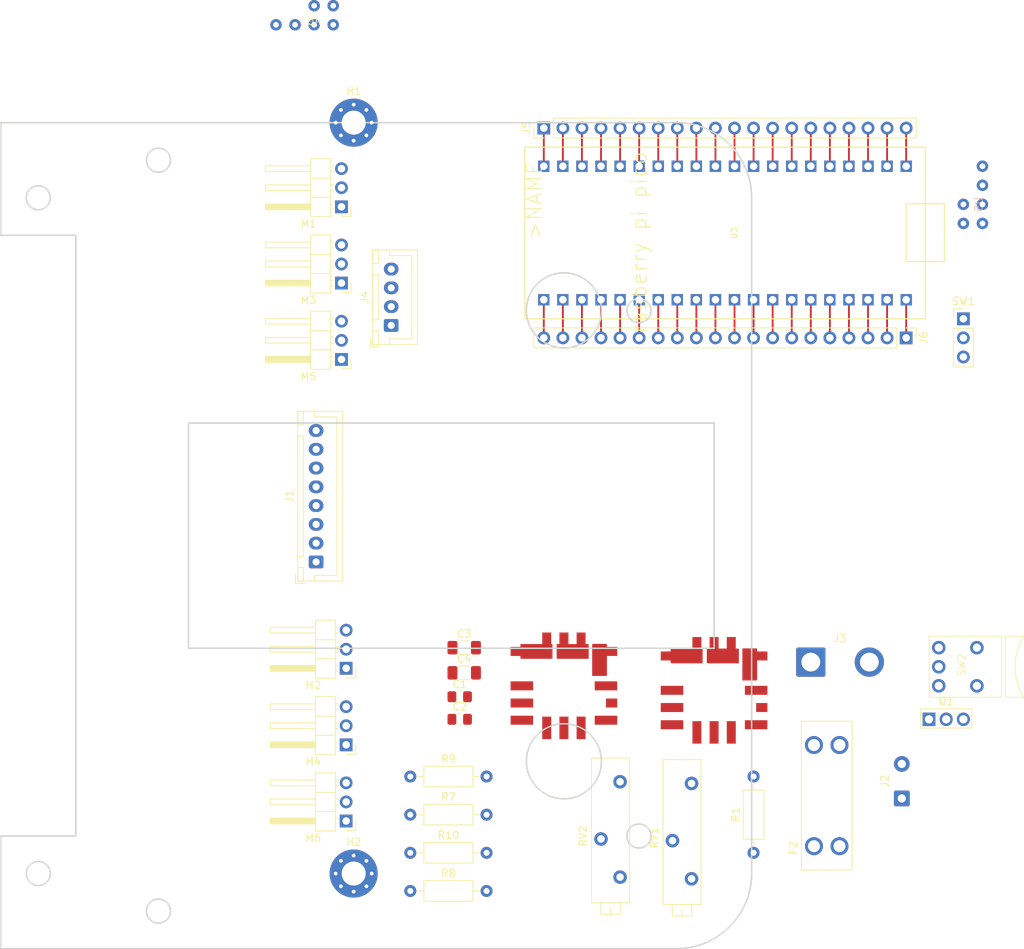
<source format=kicad_pcb>
(kicad_pcb (version 20221018) (generator pcbnew)
  (layers (0 "F.Cu" signal) (31 "B.Cu" signal) (34 "B.Paste" user) (35 "F.Paste" user) (36 "B.SilkS" user "B.Silkscreen") (37 "F.SilkS" user "F.Silkscreen") (38 "B.Mask" user) (39 "F.Mask" user) (44 "Edge.Cuts" user))
  (net 0 "")
  (net 1 "VDD")
  (net 2 "GND")
  (net 3 "+3V3")
  (net 4 "+5V")
  (net 5 "Net-(Q1-S)")
  (net 6 "Net-(J3-Pin_1)")
  (net 7 "LoPSwitch")
  (net 8 "OpenMV->MAIN")
  (net 9 "MAIN->OpenMV")
  (net 10 "PWR->MAIN")
  (net 11 "MAIN->PWR")
  (net 12 "Net-(J5-Pin_1)")
  (net 13 "Net-(J5-Pin_2)")
  (net 14 "XSHUT2")
  (net 15 "XSHUT1")
  (net 16 "ServoArmRight")
  (net 17 "ServoArmLeft")
  (net 18 "ServoBasketRight")
  (net 19 "ServoBasketLeft")
  (net 20 "ServoHandLeft")
  (net 21 "ServoHandRight")
  (net 22 "SCL")
  (net 23 "SDA")
  (net 24 "Net-(J6-Pin_1)")
  (net 25 "Net-(J6-Pin_4)")
  (net 26 "Net-(J6-Pin_5)")
  (net 27 "Net-(J6-Pin_6)")
  (net 28 "Net-(J6-Pin_7)")
  (net 29 "Net-(J6-Pin_9)")
  (net 30 "Net-(J6-Pin_10)")
  (net 31 "Net-(J6-Pin_11)")
  (net 32 "Net-(J6-Pin_12)")
  (net 33 "Net-(J6-Pin_14)")
  (net 34 "Net-(J6-Pin_15)")
  (net 35 "Net-(J6-Pin_16)")
  (net 36 "Net-(J6-Pin_17)")
  (net 37 "Net-(J6-Pin_19)")
  (net 38 "Net-(J6-Pin_20)")
  (net 39 "Net-(Q1-G)")
  (net 40 "Net-(U2-Trim)")
  (net 41 "Net-(U1-Trim)")
  (net 54 "Net-(J5-Pin_4)")
  (net 55 "Net-(J5-Pin_5)")
  (footprint "Connector_PinHeader_2.54mm:PinHeader_1x03_P2.54mm_Horizontal" (layer "F.Cu") (at 120.375 56.205 180)
    (fp_text reference "M1" (at 4.385 -2.27) (layer "F.SilkS"))
    (fp_text value "ServoBasketLeft")
    (pad "1" thru_hole rect (at 0 0 180) (size 1.7 1.7) (drill 1) (layers "*.Cu" "*.Mask") (net 19 "ServoBasketLeft"))
    (pad "2" thru_hole oval (at 0 2.54 180) (size 1.7 1.7) (drill 1) (layers "*.Cu" "*.Mask") (net 4 "+5V"))
    (pad "3" thru_hole oval (at 0 5.08 180) (size 1.7 1.7) (drill 1) (layers "*.Cu" "*.Mask") (net 2 "GND"))
  )
  (footprint "Capacitor_SMD:C_1206_3216Metric_Pad1.33x1.80mm_HandSolder" (layer "F.Cu") (at 136.7225 118.27)
    (fp_text reference "C4" (at 0 -1.85) (layer "F.SilkS"))
    (fp_text value "10uF")
    (pad "1" smd roundrect (at -1.5625 0) (size 1.325 1.8) (layers "F.Cu" "F.Paste" "F.Mask") (roundrect_rratio 0.188679) (net 4 "+5V"))
    (pad "2" smd roundrect (at 1.5625 0) (size 1.325 1.8) (layers "F.Cu" "F.Paste" "F.Mask") (roundrect_rratio 0.188679) (net 2 "GND"))
  )
  (footprint "MountingHole:MountingHole_3.2mm_M3_Pad_Via" (layer "F.Cu") (at 122 45)
    (fp_text reference "H1" (at 0 -4.2) (layer "F.SilkS"))
    (fp_text value "ToMainVDD")
    (pad "1" thru_hole circle (at -2.4 0) (size 0.8 0.8) (drill 0.5) (layers "*.Cu" "*.Mask") (net 1 "VDD"))
    (pad "1" thru_hole circle (at -1.697056 -1.697056) (size 0.8 0.8) (drill 0.5) (layers "*.Cu" "*.Mask") (net 1 "VDD"))
    (pad "1" thru_hole circle (at -1.697056 1.697056) (size 0.8 0.8) (drill 0.5) (layers "*.Cu" "*.Mask") (net 1 "VDD"))
    (pad "1" thru_hole circle (at 0 -2.4) (size 0.8 0.8) (drill 0.5) (layers "*.Cu" "*.Mask") (net 1 "VDD"))
    (pad "1" thru_hole circle (at 0 0) (size 6.4 6.4) (drill 3.2) (layers "*.Cu" "*.Mask") (net 1 "VDD"))
    (pad "1" thru_hole circle (at 0 2.4) (size 0.8 0.8) (drill 0.5) (layers "*.Cu" "*.Mask") (net 1 "VDD"))
    (pad "1" thru_hole circle (at 1.697056 -1.697056) (size 0.8 0.8) (drill 0.5) (layers "*.Cu" "*.Mask") (net 1 "VDD"))
    (pad "1" thru_hole circle (at 1.697056 1.697056) (size 0.8 0.8) (drill 0.5) (layers "*.Cu" "*.Mask") (net 1 "VDD"))
    (pad "1" thru_hole circle (at 2.4 0) (size 0.8 0.8) (drill 0.5) (layers "*.Cu" "*.Mask") (net 1 "VDD"))
  )
  (footprint "Akiduki:AkizukiSmallRockerSwitchHorizontal" (layer "F.Cu") (at 199.92 117.46 90)
    (fp_text reference "SW2" (at 0.254 3.048 90 unlocked) (layer "F.SilkS") (effects (font (thickness 0.1))))
    (fp_text value "SW_SPST")
    (pad "" thru_hole circle (at -2.54 5.08 90) (size 1.8 1.8) (drill 1.09) (layers "*.Cu" "*.Mask"))
    (pad "" thru_hole circle (at 2.54 5.08 90) (size 1.8 1.8) (drill 1.09) (layers "*.Cu" "*.Mask"))
    (pad "1" thru_hole circle (at 2.54 0 90) (size 1.8 1.8) (drill 1.09) (layers "*.Cu" "*.Mask") (net 2 "GND"))
    (pad "2" thru_hole circle (at 0 0 90) (size 1.8 1.8) (drill 1.09) (layers "*.Cu" "*.Mask") (net 39 "Net-(Q1-G)"))
    (pad "3" thru_hole circle (at -2.54 0 90) (size 1.8 1.8) (drill 1.09) (layers "*.Cu" "*.Mask"))
  )
  (footprint "Resistor_THT:R_Axial_DIN0207_L6.3mm_D2.5mm_P10.16mm_Horizontal" (layer "F.Cu") (at 129.54 147.32)
    (fp_text reference "R8" (at 5.08 -2.37) (layer "F.SilkS"))
    (fp_text value "1.2k")
    (pad "1" thru_hole circle (at 0 0) (size 1.6 1.6) (drill 0.8) (layers "*.Cu" "*.Mask") (net 4 "+5V"))
    (pad "2" thru_hole oval (at 10.16 0) (size 1.6 1.6) (drill 0.8) (layers "*.Cu" "*.Mask") (net 2 "GND"))
  )
  (footprint "Akiduki:OKL-T6-W12N-C-SMD" (layer "F.Cu") (at 170 120.6)
    (fp_text reference "U2" hide)
    (fp_text value "~" hide)
    (fp_rect (start -5.6926 -5.465) (end -1.6226 -3.695) (stroke (width 0.2)) (fill solid) (layer "F.Cu"))
    (fp_rect (start -0.8666 -5.465) (end 3.2034 -3.695) (stroke (width 0.2)) (fill solid) (layer "F.Cu"))
    (fp_rect (start 3.8608 -1.4194) (end 5.6308 -5.4894) (stroke (width 0.2)) (fill solid) (layer "F.Cu"))
    (pad "1" smd rect (at -5.6 0) (size 3 1.2) (layers "F.Cu" "F.Paste" "F.Mask") (net 2 "GND"))
    (pad "2" smd rect (at -5.6 -4.58) (size 3 1.2) (layers "F.Cu" "F.Paste" "F.Mask") (net 1 "VDD"))
    (pad "2" smd rect (at -2.29 -5.6) (size 1.2 3) (layers "F.Cu" "F.Paste" "F.Mask") (net 1 "VDD"))
    (pad "3" smd rect (at 0 -5.6) (size 1.2 3) (layers "F.Cu" "F.Paste" "F.Mask") (net 2 "GND"))
    (pad "3" smd rect (at 2.29 -5.6) (size 1.2 3) (layers "F.Cu" "F.Paste" "F.Mask") (net 2 "GND"))
    (pad "4" smd rect (at 5.6 -4.58) (size 3 1.2) (layers "F.Cu" "F.Paste" "F.Mask") (net 4 "+5V"))
    (pad "5" smd rect (at 5.6 0) (size 3 1.2) (layers "F.Cu" "F.Paste" "F.Mask") (net 4 "+5V"))
    (pad "6" smd rect (at 5.6 4.58) (size 3 1.2) (layers "F.Cu" "F.Paste" "F.Mask") (net 40 "Net-(U2-Trim)"))
    (pad "7" smd rect (at 0 5.6) (size 1.2 3) (layers "F.Cu" "F.Paste" "F.Mask") (net 2 "GND"))
    (pad "8" smd rect (at -2.29 5.6) (size 1.2 3) (layers "F.Cu" "F.Paste" "F.Mask"))
    (pad "9" smd rect (at -5.6 4.58) (size 3 1.2) (layers "F.Cu" "F.Paste" "F.Mask"))
    (pad "10" smd rect (at -5.6 2.29) (size 3 1.2) (layers "F.Cu" "F.Paste" "F.Mask"))
    (pad "11" smd rect (at 6.35 2.29) (size 1.5 1.2) (layers "F.Cu" "F.Paste" "F.Mask"))
    (pad "12" smd rect (at 2.29 5.6) (size 1.2 3) (layers "F.Cu" "F.Paste" "F.Mask"))
  )
  (footprint "Capacitor_SMD:C_0805_2012Metric_Pad1.18x1.45mm_HandSolder" (layer "F.Cu") (at 136.1225 124.46)
    (fp_text reference "C2" (at 0 -1.68) (layer "F.SilkS"))
    (fp_text value "22uF")
    (pad "1" smd roundrect (at -1.0375 0) (size 1.175 1.45) (layers "F.Cu" "F.Paste" "F.Mask") (roundrect_rratio 0.212766) (net 1 "VDD"))
    (pad "2" smd roundrect (at 1.0375 0) (size 1.175 1.45) (layers "F.Cu" "F.Paste" "F.Mask") (roundrect_rratio 0.212766) (net 2 "GND"))
  )
  (footprint "Package_TO_SOT_THT:TO-251-3_Vertical" (layer "F.Cu") (at 198.62 124.46)
    (fp_text reference "Q1" (at 2.29 -2.39) (layer "F.SilkS"))
    (fp_text value "Q_PMOS_GDS")
    (pad "1" thru_hole rect (at 0 0) (size 1.7175 1.8) (drill 1.1) (layers "*.Cu" "*.Mask") (net 39 "Net-(Q1-G)"))
    (pad "2" thru_hole oval (at 2.29 0) (size 1.7175 1.8) (drill 1.1) (layers "*.Cu" "*.Mask") (net 1 "VDD"))
    (pad "3" thru_hole oval (at 4.58 0) (size 1.7175 1.8) (drill 1.1) (layers "*.Cu" "*.Mask") (net 5 "Net-(Q1-S)"))
  )
  (footprint "Potentiometer_THT:Potentiometer_Bourns_3006P_Horizontal" (layer "F.Cu") (at 167 133 90)
    (fp_text reference "RV1" (at -7.235 -4.935 90) (layer "F.SilkS"))
    (fp_text value "R_Trim_5V")
    (pad "1" thru_hole circle (at 0 0 90) (size 1.8 1.8) (drill 1) (layers "*.Cu" "*.Mask") (net 40 "Net-(U2-Trim)"))
    (pad "2" thru_hole circle (at -7.62 -2.54 90) (size 1.8 1.8) (drill 1) (layers "*.Cu" "*.Mask") (net 2 "GND"))
    (pad "3" thru_hole circle (at -12.7 0 90) (size 1.8 1.8) (drill 1) (layers "*.Cu" "*.Mask") (net 2 "GND"))
  )
  (footprint "Potentiometer_THT:Potentiometer_Bourns_3006P_Horizontal" (layer "F.Cu") (at 157.48 132.775 90)
    (fp_text reference "RV2" (at -7.235 -4.935 90) (layer "F.SilkS"))
    (fp_text value "R_Trim_3V3")
    (pad "1" thru_hole circle (at 0 0 90) (size 1.8 1.8) (drill 1) (layers "*.Cu" "*.Mask") (net 41 "Net-(U1-Trim)"))
    (pad "2" thru_hole circle (at -7.62 -2.54 90) (size 1.8 1.8) (drill 1) (layers "*.Cu" "*.Mask") (net 2 "GND"))
    (pad "3" thru_hole circle (at -12.7 0 90) (size 1.8 1.8) (drill 1) (layers "*.Cu" "*.Mask") (net 2 "GND"))
  )
  (footprint "Connector_PinHeader_2.54mm:PinHeader_1x03_P2.54mm_Vertical" (layer "F.Cu") (at 203.2 71.12)
    (fp_text reference "SW1" (at 0 -2.33) (layer "F.SilkS"))
    (fp_text value "SW_SPDT")
    (pad "1" thru_hole rect (at 0 0) (size 1.7 1.7) (drill 1) (layers "*.Cu" "*.Mask") (net 3 "+3V3"))
    (pad "2" thru_hole oval (at 0 2.54) (size 1.7 1.7) (drill 1) (layers "*.Cu" "*.Mask") (net 7 "LoPSwitch"))
    (pad "3" thru_hole oval (at 0 5.08) (size 1.7 1.7) (drill 1) (layers "*.Cu" "*.Mask") (net 2 "GND"))
  )
  (footprint "Connector_PinHeader_2.54mm:PinHeader_1x03_P2.54mm_Horizontal" (layer "F.Cu") (at 120.375 76.525 180)
    (fp_text reference "M5" (at 4.385 -2.27) (layer "F.SilkS"))
    (fp_text value "ServoHandLeft")
    (pad "1" thru_hole rect (at 0 0 180) (size 1.7 1.7) (drill 1) (layers "*.Cu" "*.Mask") (net 20 "ServoHandLeft"))
    (pad "2" thru_hole oval (at 0 2.54 180) (size 1.7 1.7) (drill 1) (layers "*.Cu" "*.Mask") (net 4 "+5V"))
    (pad "3" thru_hole oval (at 0 5.08 180) (size 1.7 1.7) (drill 1) (layers "*.Cu" "*.Mask") (net 2 "GND"))
  )
  (footprint "Resistor_THT:R_Axial_DIN0207_L6.3mm_D2.5mm_P10.16mm_Horizontal" (layer "F.Cu") (at 175.26 142.24 90)
    (fp_text reference "R1" (at 5.08 -2.37 90) (layer "F.SilkS"))
    (fp_text value "10k")
    (pad "1" thru_hole circle (at 0 0 90) (size 1.6 1.6) (drill 0.8) (layers "*.Cu" "*.Mask") (net 5 "Net-(Q1-S)"))
    (pad "2" thru_hole oval (at 10.16 0 90) (size 1.6 1.6) (drill 0.8) (layers "*.Cu" "*.Mask") (net 39 "Net-(Q1-G)"))
  )
  (footprint "Connector_Wire:SolderWire-2sqmm_1x02_P7.8mm_D2mm_OD3.9mm" (layer "F.Cu") (at 182.88 116.84)
    (fp_text reference "J3" (at 3.9 -3.15) (layer "F.SilkS"))
    (fp_text value "Battery")
    (pad "1" thru_hole roundrect (at 0 0) (size 3.9 3.9) (drill 2.5) (layers "*.Cu" "*.Mask") (roundrect_rratio 0.064103) (net 6 "Net-(J3-Pin_1)"))
    (pad "2" thru_hole circle (at 7.8 0) (size 3.9 3.9) (drill 2.5) (layers "*.Cu" "*.Mask") (net 2 "GND"))
  )
  (footprint "Connector_PinHeader_2.54mm:PinHeader_1x03_P2.54mm_Horizontal" (layer "F.Cu") (at 120.375 66.365 180)
    (fp_text reference "M3" (at 4.385 -2.27) (layer "F.SilkS"))
    (fp_text value "ServoArmLeft")
    (pad "1" thru_hole rect (at 0 0 180) (size 1.7 1.7) (drill 1) (layers "*.Cu" "*.Mask") (net 17 "ServoArmLeft"))
    (pad "2" thru_hole oval (at 0 2.54 180) (size 1.7 1.7) (drill 1) (layers "*.Cu" "*.Mask") (net 4 "+5V"))
    (pad "3" thru_hole oval (at 0 5.08 180) (size 1.7 1.7) (drill 1) (layers "*.Cu" "*.Mask") (net 2 "GND"))
  )
  (footprint "Connector_JST:JST_XH_B4B-XH-A_1x04_P2.50mm_Vertical" (layer "F.Cu") (at 127 72 90)
    (fp_text reference "J4" (at 3.75 -3.55 90) (layer "F.SilkS"))
    (fp_text value "OpenMV Conn")
    (pad "1" thru_hole roundrect (at 0 0 90) (size 1.7 1.95) (drill 0.95) (layers "*.Cu" "*.Mask") (roundrect_rratio 0.147059) (net 4 "+5V"))
    (pad "2" thru_hole oval (at 2.5 0 90) (size 1.7 1.95) (drill 0.95) (layers "*.Cu" "*.Mask") (net 8 "OpenMV->MAIN"))
    (pad "3" thru_hole oval (at 5 0 90) (size 1.7 1.95) (drill 0.95) (layers "*.Cu" "*.Mask") (net 9 "MAIN->OpenMV"))
    (pad "4" thru_hole oval (at 7.5 0 90) (size 1.7 1.95) (drill 0.95) (layers "*.Cu" "*.Mask") (net 2 "GND"))
  )
  (footprint "tuton:vl53l0x_vertical" (layer "F.Cu") (at 116.7358 31.9658)
    (fp_text reference "U4" (at 0 -0.5 unlocked) (layer "F.SilkS") (effects (font (thickness 0.1))))
    (fp_text value "~")
    (pad "1" thru_hole circle (at -5.08 0) (size 1.524 1.524) (drill 0.762) (layers "*.Cu" "*.Mask") (net 3 "+3V3"))
    (pad "2" thru_hole circle (at -2.54 0) (size 1.524 1.524) (drill 0.762) (layers "*.Cu" "*.Mask") (net 2 "GND"))
    (pad "3" thru_hole circle (at 0 0) (size 1.524 1.524) (drill 0.762) (layers "*.Cu" "*.Mask") (net 22 "SCL"))
    (pad "4" thru_hole circle (at 2.54 0) (size 1.524 1.524) (drill 0.762) (layers "*.Cu" "*.Mask") (net 23 "SDA"))
    (pad "5" thru_hole circle (at 0 -2.54) (size 1.524 1.524) (drill 0.762) (layers "*.Cu" "*.Mask") (net 15 "XSHUT1"))
    (pad "6" thru_hole circle (at 2.54 -2.54) (size 1.524 1.524) (drill 0.762) (layers "*.Cu" "*.Mask"))
  )
  (footprint "Resistor_THT:R_Axial_DIN0207_L6.3mm_D2.5mm_P10.16mm_Horizontal" (layer "F.Cu") (at 129.54 132.08)
    (fp_text reference "R9" (at 5.08 -2.37) (layer "F.SilkS"))
    (fp_text value "10k")
    (pad "1" thru_hole circle (at 0 0) (size 1.6 1.6) (drill 0.8) (layers "*.Cu" "*.Mask") (net 22 "SCL"))
    (pad "2" thru_hole oval (at 10.16 0) (size 1.6 1.6) (drill 0.8) (layers "*.Cu" "*.Mask") (net 3 "+3V3"))
  )
  (footprint "Connector_PinHeader_2.54mm:PinHeader_1x03_P2.54mm_Horizontal" (layer "F.Cu") (at 121 117.665 180)
    (fp_text reference "M2" (at 4.385 -2.27) (layer "F.SilkS"))
    (fp_text value "ServoBasketRight")
    (pad "1" thru_hole rect (at 0 0 180) (size 1.7 1.7) (drill 1) (layers "*.Cu" "*.Mask") (net 18 "ServoBasketRight"))
    (pad "2" thru_hole oval (at 0 2.54 180) (size 1.7 1.7) (drill 1) (layers "*.Cu" "*.Mask") (net 4 "+5V"))
    (pad "3" thru_hole oval (at 0 5.08 180) (size 1.7 1.7) (drill 1) (layers "*.Cu" "*.Mask") (net 2 "GND"))
  )
  (footprint "Connector_Wire:SolderWire-0.5sqmm_1x02_P4.6mm_D0.9mm_OD2.1mm" (layer "F.Cu") (at 195 135 90)
    (fp_text reference "J2" (at 2.3 -2.25 90) (layer "F.SilkS"))
    (fp_text value "voltmeter")
    (pad "1" thru_hole roundrect (at 0 0 90) (size 2.1 2.1) (drill 1.1) (layers "*.Cu" "*.Mask") (roundrect_rratio 0.119048) (net 1 "VDD"))
    (pad "2" thru_hole circle (at 4.6 0 90) (size 2.1 2.1) (drill 1.1) (layers "*.Cu" "*.Mask") (net 2 "GND"))
  )
  (footprint "Connector_JST:JST_XH_B8B-XH-A_1x08_P2.50mm_Vertical" (layer "F.Cu") (at 117 103.5 90)
    (fp_text reference "J1" (at 8.75 -3.55 90) (layer "F.SilkS"))
    (fp_text value "MAIN Conn")
    (pad "1" thru_hole roundrect (at 0 0 90) (size 1.7 1.95) (drill 0.95) (layers "*.Cu" "*.Mask") (roundrect_rratio 0.147059) (net 7 "LoPSwitch"))
    (pad "2" thru_hole oval (at 2.5 0 90) (size 1.7 1.95) (drill 0.95) (layers "*.Cu" "*.Mask") (net 3 "+3V3"))
    (pad "3" thru_hole oval (at 5 0 90) (size 1.7 1.95) (drill 0.95) (layers "*.Cu" "*.Mask") (net 8 "OpenMV->MAIN"))
    (pad "4" thru_hole oval (at 7.5 0 90) (size 1.7 1.95) (drill 0.95) (layers "*.Cu" "*.Mask") (net 9 "MAIN->OpenMV"))
    (pad "5" thru_hole oval (at 10 0 90) (size 1.7 1.95) (drill 0.95) (layers "*.Cu" "*.Mask") (net 4 "+5V"))
    (pad "6" thru_hole oval (at 12.5 0 90) (size 1.7 1.95) (drill 0.95) (layers "*.Cu" "*.Mask") (net 10 "PWR->MAIN"))
    (pad "7" thru_hole oval (at 15 0 90) (size 1.7 1.95) (drill 0.95) (layers "*.Cu" "*.Mask") (net 11 "MAIN->PWR"))
    (pad "8" thru_hole oval (at 17.5 0 90) (size 1.7 1.95) (drill 0.95) (layers "*.Cu" "*.Mask") (net 2 "GND"))
  )
  (footprint "Connector_PinHeader_2.54mm:PinHeader_1x03_P2.54mm_Horizontal" (layer "F.Cu") (at 121 138 180)
    (fp_text reference "M6" (at 4.385 -2.27) (layer "F.SilkS"))
    (fp_text value "ServoHandRight")
    (pad "1" thru_hole rect (at 0 0 180) (size 1.7 1.7) (drill 1) (layers "*.Cu" "*.Mask") (net 21 "ServoHandRight"))
    (pad "2" thru_hole oval (at 0 2.54 180) (size 1.7 1.7) (drill 1) (layers "*.Cu" "*.Mask") (net 4 "+5V"))
    (pad "3" thru_hole oval (at 0 5.08 180) (size 1.7 1.7) (drill 1) (layers "*.Cu" "*.Mask") (net 2 "GND"))
  )
  (footprint "Connector_PinHeader_2.54mm:PinHeader_1x03_P2.54mm_Horizontal" (layer "F.Cu") (at 121 127.855 180)
    (fp_text reference "M4" (at 4.385 -2.27) (layer "F.SilkS"))
    (fp_text value "ServoArmRight")
    (pad "1" thru_hole rect (at 0 0 180) (size 1.7 1.7) (drill 1) (layers "*.Cu" "*.Mask") (net 16 "ServoArmRight"))
    (pad "2" thru_hole oval (at 0 2.54 180) (size 1.7 1.7) (drill 1) (layers "*.Cu" "*.Mask") (net 4 "+5V"))
    (pad "3" thru_hole oval (at 0 5.08 180) (size 1.7 1.7) (drill 1) (layers "*.Cu" "*.Mask") (net 2 "GND"))
  )
  (footprint "Resistor_THT:R_Axial_DIN0207_L6.3mm_D2.5mm_P10.16mm_Horizontal" (layer "F.Cu") (at 129.54 137.16)
    (fp_text reference "R7" (at 5.08 -2.37) (layer "F.SilkS"))
    (fp_text value "1.2k")
    (pad "1" thru_hole circle (at 0 0) (size 1.6 1.6) (drill 0.8) (layers "*.Cu" "*.Mask") (net 3 "+3V3"))
    (pad "2" thru_hole oval (at 10.16 0) (size 1.6 1.6) (drill 0.8) (layers "*.Cu" "*.Mask") (net 2 "GND"))
  )
  (footprint "Capacitor_SMD:C_0805_2012Metric_Pad1.18x1.45mm_HandSolder" (layer "F.Cu") (at 136.1225 121.45)
    (fp_text reference "C1" (at 0 -1.68) (layer "F.SilkS"))
    (fp_text value "22uF")
    (pad "1" smd roundrect (at -1.0375 0) (size 1.175 1.45) (layers "F.Cu" "F.Paste" "F.Mask") (roundrect_rratio 0.212766) (net 1 "VDD"))
    (pad "2" smd roundrect (at 1.0375 0) (size 1.175 1.45) (layers "F.Cu" "F.Paste" "F.Mask") (roundrect_rratio 0.212766) (net 2 "GND"))
  )
  (footprint "Akiduki:OKL-T6-W12N-C-SMD" (layer "F.Cu") (at 150 120)
    (fp_text reference "U1" hide)
    (fp_text value "~" hide)
    (fp_rect (start -5.6926 -5.465) (end -1.6226 -3.695) (stroke (width 0.2)) (fill solid) (layer "F.Cu"))
    (fp_rect (start -0.8666 -5.465) (end 3.2034 -3.695) (stroke (width 0.2)) (fill solid) (layer "F.Cu"))
    (fp_rect (start 3.8608 -1.4194) (end 5.6308 -5.4894) (stroke (width 0.2)) (fill solid) (layer "F.Cu"))
    (pad "1" smd rect (at -5.6 0) (size 3 1.2) (layers "F.Cu" "F.Paste" "F.Mask") (net 2 "GND"))
    (pad "2" smd rect (at -5.6 -4.58) (size 3 1.2) (layers "F.Cu" "F.Paste" "F.Mask") (net 1 "VDD"))
    (pad "2" smd rect (at -2.29 -5.6) (size 1.2 3) (layers "F.Cu" "F.Paste" "F.Mask") (net 1 "VDD"))
    (pad "3" smd rect (at 0 -5.6) (size 1.2 3) (layers "F.Cu" "F.Paste" "F.Mask") (net 2 "GND"))
    (pad "3" smd rect (at 2.29 -5.6) (size 1.2 3) (layers "F.Cu" "F.Paste" "F.Mask") (net 2 "GND"))
    (pad "4" smd rect (at 5.6 -4.58) (size 3 1.2) (layers "F.Cu" "F.Paste" "F.Mask") (net 3 "+3V3"))
    (pad "5" smd rect (at 5.6 0) (size 3 1.2) (layers "F.Cu" "F.Paste" "F.Mask") (net 3 "+3V3"))
    (pad "6" smd rect (at 5.6 4.58) (size 3 1.2) (layers "F.Cu" "F.Paste" "F.Mask") (net 41 "Net-(U1-Trim)"))
    (pad "7" smd rect (at 0 5.6) (size 1.2 3) (layers "F.Cu" "F.Paste" "F.Mask") (net 2 "GND"))
    (pad "8" smd rect (at -2.29 5.6) (size 1.2 3) (layers "F.Cu" "F.Paste" "F.Mask"))
    (pad "9" smd rect (at -5.6 4.58) (size 3 1.2) (layers "F.Cu" "F.Paste" "F.Mask"))
    (pad "10" smd rect (at -5.6 2.29) (size 3 1.2) (layers "F.Cu" "F.Paste" "F.Mask"))
    (pad "11" smd rect (at 6.35 2.29) (size 1.5 1.2) (layers "F.Cu" "F.Paste" "F.Mask"))
    (pad "12" smd rect (at 2.29 5.6) (size 1.2 3) (layers "F.Cu" "F.Paste" "F.Mask"))
  )
  (footprint "Capacitor_SMD:C_1206_3216Metric_Pad1.33x1.80mm_HandSolder" (layer "F.Cu") (at 136.7225 114.92)
    (fp_text reference "C3" (at 0 -1.85) (layer "F.SilkS"))
    (fp_text value "10uF")
    (pad "1" smd roundrect (at -1.5625 0) (size 1.325 1.8) (layers "F.Cu" "F.Paste" "F.Mask") (roundrect_rratio 0.188679) (net 3 "+3V3"))
    (pad "2" smd roundrect (at 1.5625 0) (size 1.325 1.8) (layers "F.Cu" "F.Paste" "F.Mask") (roundrect_rratio 0.188679) (net 2 "GND"))
  )
  (footprint "Resistor_THT:R_Axial_DIN0207_L6.3mm_D2.5mm_P10.16mm_Horizontal" (layer "F.Cu") (at 129.54 142.24)
    (fp_text reference "R10" (at 5.08 -2.37) (layer "F.SilkS"))
    (fp_text value "10k")
    (pad "1" thru_hole circle (at 0 0) (size 1.6 1.6) (drill 0.8) (layers "*.Cu" "*.Mask") (net 3 "+3V3"))
    (pad "2" thru_hole oval (at 10.16 0) (size 1.6 1.6) (drill 0.8) (layers "*.Cu" "*.Mask") (net 23 "SDA"))
  )
  (footprint "Connector_PinHeader_2.54mm:PinHeader_1x20_P2.54mm_Vertical" (layer "F.Cu") (at 195.58 73.66 -90)
    (fp_text reference "J6" (at 0 -2.33 90) (layer "F.SilkS"))
    (fp_text value "Conn_01x20")
    (pad "1" thru_hole rect (at 0 0 270) (size 1.7 1.7) (drill 1) (layers "*.Cu" "*.Mask") (net 24 "Net-(J6-Pin_1)"))
    (pad "2" thru_hole oval (at 0 2.54 270) (size 1.7 1.7) (drill 1) (layers "*.Cu" "*.Mask") (net 4 "+5V"))
    (pad "3" thru_hole oval (at 0 5.08 270) (size 1.7 1.7) (drill 1) (layers "*.Cu" "*.Mask") (net 2 "GND"))
    (pad "4" thru_hole oval (at 0 7.62 270) (size 1.7 1.7) (drill 1) (layers "*.Cu" "*.Mask") (net 25 "Net-(J6-Pin_4)"))
    (pad "5" thru_hole oval (at 0 10.16 270) (size 1.7 1.7) (drill 1) (layers "*.Cu" "*.Mask") (net 26 "Net-(J6-Pin_5)"))
    (pad "6" thru_hole oval (at 0 12.7 270) (size 1.7 1.7) (drill 1) (layers "*.Cu" "*.Mask") (net 27 "Net-(J6-Pin_6)"))
    (pad "7" thru_hole oval (at 0 15.24 270) (size 1.7 1.7) (drill 1) (layers "*.Cu" "*.Mask") (net 28 "Net-(J6-Pin_7)"))
    (pad "8" thru_hole oval (at 0 17.78 270) (size 1.7 1.7) (drill 1) (layers "*.Cu" "*.Mask") (net 2 "GND"))
    (pad "9" thru_hole oval (at 0 20.32 270) (size 1.7 1.7) (drill 1) (layers "*.Cu" "*.Mask") (net 29 "Net-(J6-Pin_9)"))
    (pad "10" thru_hole oval (at 0 22.86 270) (size 1.7 1.7) (drill 1) (layers "*.Cu" "*.Mask") (net 30 "Net-(J6-Pin_10)"))
    (pad "11" thru_hole oval (at 0 25.4 270) (size 1.7 1.7) (drill 1) (layers "*.Cu" "*.Mask") (net 31 "Net-(J6-Pin_11)"))
    (pad "12" thru_hole oval (at 0 27.94 270) (size 1.7 1.7) (drill 1) (layers "*.Cu" "*.Mask") (net 32 "Net-(J6-Pin_12)"))
    (pad "13" thru_hole oval (at 0 30.48 270) (size 1.7 1.7) (drill 1) (layers "*.Cu" "*.Mask") (net 2 "GND"))
    (pad "14" thru_hole oval (at 0 33.02 270) (size 1.7 1.7) (drill 1) (layers "*.Cu" "*.Mask") (net 33 "Net-(J6-Pin_14)"))
    (pad "15" thru_hole oval (at 0 35.56 270) (size 1.7 1.7) (drill 1) (layers "*.Cu" "*.Mask") (net 34 "Net-(J6-Pin_15)"))
    (pad "16" thru_hole oval (at 0 38.1 270) (size 1.7 1.7) (drill 1) (layers "*.Cu" "*.Mask") (net 35 "Net-(J6-Pin_16)"))
    (pad "17" thru_hole oval (at 0 40.64 270) (size 1.7 1.7) (drill 1) (layers "*.Cu" "*.Mask") (net 36 "Net-(J6-Pin_17)"))
    (pad "18" thru_hole oval (at 0 43.18 270) (size 1.7 1.7) (drill 1) (layers "*.Cu" "*.Mask") (net 2 "GND"))
    (pad "19" thru_hole oval (at 0 45.72 270) (size 1.7 1.7) (drill 1) (layers "*.Cu" "*.Mask") (net 37 "Net-(J6-Pin_19)"))
    (pad "20" thru_hole oval (at 0 48.26 270) (size 1.7 1.7) (drill 1) (layers "*.Cu" "*.Mask") (net 38 "Net-(J6-Pin_20)"))
  )
  (footprint "Akiduki:FUSE_3557-15" (layer "F.Cu") (at 185 134.62 90)
    (fp_text reference "F2" (at -6.985 -4.445 90) (layer "F.SilkS"))
    (fp_text value "Fuse")
    (pad "1" thru_hole circle (at -6.735 -1.7 90) (size 2.4 2.4) (drill 1.6) (layers "*.Cu" "*.Mask") (net 5 "Net-(Q1-S)"))
    (pad "1" thru_hole circle (at -6.735 1.7 90) (size 2.4 2.4) (drill 1.6) (layers "*.Cu" "*.Mask") (net 5 "Net-(Q1-S)"))
    (pad "2" thru_hole circle (at 6.735 -1.7 90) (size 2.4 2.4) (drill 1.6) (layers "*.Cu" "*.Mask") (net 6 "Net-(J3-Pin_1)"))
    (pad "2" thru_hole circle (at 6.735 1.7 90) (size 2.4 2.4) (drill 1.6) (layers "*.Cu" "*.Mask") (net 6 "Net-(J3-Pin_1)"))
  )
  (footprint "MountingHole:MountingHole_3.2mm_M3_Pad_Via" (layer "F.Cu") (at 122 145)
    (fp_text reference "H2" (at 0 -4.2) (layer "F.SilkS"))
    (fp_text value "ToMainGND")
    (pad "1" thru_hole circle (at -2.4 0) (size 0.8 0.8) (drill 0.5) (layers "*.Cu" "*.Mask") (net 2 "GND"))
    (pad "1" thru_hole circle (at -1.697056 -1.697056) (size 0.8 0.8) (drill 0.5) (layers "*.Cu" "*.Mask") (net 2 "GND"))
    (pad "1" thru_hole circle (at -1.697056 1.697056) (size 0.8 0.8) (drill 0.5) (layers "*.Cu" "*.Mask") (net 2 "GND"))
    (pad "1" thru_hole circle (at 0 -2.4) (size 0.8 0.8) (drill 0.5) (layers "*.Cu" "*.Mask") (net 2 "GND"))
    (pad "1" thru_hole circle (at 0 0) (size 6.4 6.4) (drill 3.2) (layers "*.Cu" "*.Mask") (net 2 "GND"))
    (pad "1" thru_hole circle (at 0 2.4) (size 0.8 0.8) (drill 0.5) (layers "*.Cu" "*.Mask") (net 2 "GND"))
    (pad "1" thru_hole circle (at 1.697056 -1.697056) (size 0.8 0.8) (drill 0.5) (layers "*.Cu" "*.Mask") (net 2 "GND"))
    (pad "1" thru_hole circle (at 1.697056 1.697056) (size 0.8 0.8) (drill 0.5) (layers "*.Cu" "*.Mask") (net 2 "GND"))
    (pad "1" thru_hole circle (at 2.4 0) (size 0.8 0.8) (drill 0.5) (layers "*.Cu" "*.Mask") (net 2 "GND"))
  )
  (footprint "Akiduki:RASPBERRY_PI_PICO" (layer "F.Cu") (at 172.72 59.69 -90)
    (fp_text reference "U3" (at 0 0 90) (layer "F.SilkS") (effects (font (size 0.787402 0.787402))))
    (fp_text value "RASPBERRY_PI_PICO")
    (fp_text user ">NAME " (at -5.08 26.67 90) (layer "F.SilkS") (effects (font (size 2 2))))
    (fp_text user "rasberry pi pico" (at 1.27 12.7 90) (layer "F.SilkS") (effects (font (size 2 2))))
    (pad "3V3" thru_hole rect (at 8.89 -12.7 270) (size 1.508 1.508) (drill 1) (layers "*.Cu" "*.Mask") (net 26 "Net-(J6-Pin_5)"))
    (pad "3V3_EN" thru_hole rect (at 8.89 -15.24 270) (size 1.508 1.508) (drill 1) (layers "*.Cu" "*.Mask") (net 25 "Net-(J6-Pin_4)"))
    (pad "ADC_VREF" thru_hole rect (at 8.89 -10.16 270) (size 1.508 1.508) (drill 1) (layers "*.Cu" "*.Mask") (net 27 "Net-(J6-Pin_6)"))
    (pad "AGND" thru_hole rect (at 8.89 -5.08 270) (size 1.508 1.508) (drill 1) (layers "*.Cu" "*.Mask") (net 2 "GND"))
    (pad "GND" thru_hole rect (at 8.89 -17.78 270) (size 1.508 1.508) (drill 1) (layers "*.Cu" "*.Mask") (net 2 "GND"))
    (pad "GND2" thru_hole rect (at 8.89 7.62 270) (size 1.508 1.508) (drill 1) (layers "*.Cu" "*.Mask") (net 2 "GND"))
    (pad "GND3" thru_hole rect (at 8.89 20.32 270) (size 1.508 1.508) (drill 1) (layers "*.Cu" "*.Mask") (net 2 "GND"))
    (pad "GND4" thru_hole rect (at -8.89 -17.78 270) (size 1.508 1.508) (drill 1) (layers "*.Cu" "*.Mask") (net 2 "GND"))
    (pad "GND5" thru_hole rect (at -8.89 -5.08 270) (size 1.508 1.508) (drill 1) (layers "*.Cu" "*.Mask") (net 2 "GND"))
    (pad "GND6" thru_hole rect (at -8.89 7.62 270) (size 1.508 1.508) (drill 1) (layers "*.Cu" "*.Mask") (net 2 "GND"))
    (pad "GND7" thru_hole rect (at -8.89 20.32 270) (size 1.508 1.508) (drill 1) (layers "*.Cu" "*.Mask") (net 2 "GND"))
    (pad "GP0" thru_hole rect (at -8.89 -22.86 270) (size 1.508 1.508) (drill 1) (layers "*.Cu" "*.Mask") (net 10 "PWR->MAIN"))
    (pad "GP1" thru_hole rect (at -8.89 -20.32 270) (size 1.508 1.508) (drill 1) (layers "*.Cu" "*.Mask") (net 11 "MAIN->PWR"))
    (pad "GP2" thru_hole rect (at -8.89 -15.24 270) (size 1.508 1.508) (drill 1) (layers "*.Cu" "*.Mask") (net 23 "SDA"))
    (pad "GP3" thru_hole rect (at -8.89 -12.7 270) (size 1.508 1.508) (drill 1) (layers "*.Cu" "*.Mask") (net 22 "SCL"))
    (pad "GP4" thru_hole rect (at -8.89 -10.16 270) (size 1.508 1.508) (drill 1) (layers "*.Cu" "*.Mask") (net 21 "ServoHandRight"))
    (pad "GP5" thru_hole rect (at -8.89 -7.62 270) (size 1.508 1.508) (drill 1) (layers "*.Cu" "*.Mask") (net 20 "ServoHandLeft"))
    (pad "GP6" thru_hole rect (at -8.89 -2.54 270) (size 1.508 1.508) (drill 1) (layers "*.Cu" "*.Mask") (net 19 "ServoBasketLeft"))
    (pad "GP7" thru_hole rect (at -8.89 0 270) (size 1.508 1.508) (drill 1) (layers "*.Cu" "*.Mask") (net 18 "ServoBasketRight"))
    (pad "GP8" thru_hole rect (at -8.89 2.54 270) (size 1.508 1.508) (drill 1) (layers "*.Cu" "*.Mask") (net 17 "ServoArmLeft"))
    (pad "GP9" thru_hole rect (at -8.89 5.08 270) (size 1.508 1.508) (drill 1) (layers "*.Cu" "*.Mask") (net 16 "ServoArmRight"))
    (pad "GP10" thru_hole rect (at -8.89 10.16 270) (size 1.508 1.508) (drill 1) (layers "*.Cu" "*.Mask") (net 15 "XSHUT1"))
    (pad "GP11" thru_hole rect (at -8.89 12.7 270) (size 1.508 1.508) (drill 1) (layers "*.Cu" "*.Mask") (net 14 "XSHUT2"))
    (pad "GP12" thru_hole rect (at -8.89 15.24 270) (size 1.508 1.508) (drill 1) (layers "*.Cu" "*.Mask") (net 55 "Net-(J5-Pin_5)"))
    (pad "GP13" thru_hole rect (at -8.89 17.78 270) (size 1.508 1.508) (drill 1) (layers "*.Cu" "*.Mask") (net 54 "Net-(J5-Pin_4)"))
    (pad "GP14" thru_hole rect (at -8.89 22.86 270) (size 1.508 1.508) (drill 1) (layers "*.Cu" "*.Mask") (net 13 "Net-(J5-Pin_2)"))
    (pad "GP15" thru_hole rect (at -8.89 25.4 270) (size 1.508 1.508) (drill 1) (layers "*.Cu" "*.Mask") (net 12 "Net-(J5-Pin_1)"))
    (pad "GP16" thru_hole rect (at 8.89 25.4 270) (size 1.508 1.508) (drill 1) (layers "*.Cu" "*.Mask") (net 38 "Net-(J6-Pin_20)"))
    (pad "GP17" thru_hole rect (at 8.89 22.86 270) (size 1.508 1.508) (drill 1) (layers "*.Cu" "*.Mask") (net 37 "Net-(J6-Pin_19)"))
    (pad "GP18" thru_hole rect (at 8.89 17.78 270) (size 1.508 1.508) (drill 1) (layers "*.Cu" "*.Mask") (net 36 "Net-(J6-Pin_17)"))
    (pad "GP19" thru_hole rect (at 8.89 15.24 270) (size 1.508 1.508) (drill 1) (layers "*.Cu" "*.Mask") (net 35 "Net-(J6-Pin_16)"))
    (pad "GP20" thru_hole rect (at 8.89 12.7 270) (size 1.508 1.508) (drill 1) (layers "*.Cu" "*.Mask") (net 34 "Net-(J6-Pin_15)"))
    (pad "GP21" thru_hole rect (at 8.89 10.16 270) (size 1.508 1.508) (drill 1) (layers "*.Cu" "*.Mask") (net 33 "Net-(J6-Pin_14)"))
    (pad "GP22" thru_hole rect (at 8.89 5.08 270) (size 1.508 1.508) (drill 1) (layers "*.Cu" "*.Mask") (net 32 "Net-(J6-Pin_12)"))
    (pad "GP26_A0" thru_hole rect (at 8.89 0 270) (size 1.508 1.508) (drill 1) (layers "*.Cu" "*.Mask") (net 30 "Net-(J6-Pin_10)"))
    (pad "GP27_A1" thru_hole rect (at 8.89 -2.54 270) (size 1.508 1.508) (drill 1) (layers "*.Cu" "*.Mask") (net 29 "Net-(J6-Pin_9)"))
    (pad "GP28_A2" thru_hole rect (at 8.89 -7.62 270) (size 1.508 1.508) (drill 1) (layers "*.Cu" "*.Mask") (net 28 "Net-(J6-Pin_7)"))
    (pad "RUN" thru_hole rect (at 8.89 2.54 270) (size 1.508 1.508) (drill 1) (layers "*.Cu" "*.Mask") (net 31 "Net-(J6-Pin_11)"))
    (pad "VBUS" thru_hole rect (at 8.89 -22.86 270) (size 1.508 1.508) (drill 1) (layers "*.Cu" "*.Mask") (net 24 "Net-(J6-Pin_1)"))
    (pad "VSYS" thru_hole rect (at 8.89 -20.32 270) (size 1.508 1.508) (drill 1) (layers "*.Cu" "*.Mask") (net 4 "+5V"))
  )
  (footprint "Connector_PinHeader_2.54mm:PinHeader_1x20_P2.54mm_Vertical" (layer "F.Cu") (at 147.32 45.72 90)
    (fp_text reference "J5" (at 0 -2.33 90) (layer "F.SilkS"))
    (fp_text value "Conn_01x20")
    (pad "1" thru_hole rect (at 0 0 90) (size 1.7 1.7) (drill 1) (layers "*.Cu" "*.Mask") (net 12 "Net-(J5-Pin_1)"))
    (pad "2" thru_hole oval (at 0 2.54 90) (size 1.7 1.7) (drill 1) (layers "*.Cu" "*.Mask") (net 13 "Net-(J5-Pin_2)"))
    (pad "3" thru_hole oval (at 0 5.08 90) (size 1.7 1.7) (drill 1) (layers "*.Cu" "*.Mask") (net 2 "GND"))
    (pad "4" thru_hole oval (at 0 7.62 90) (size 1.7 1.7) (drill 1) (layers "*.Cu" "*.Mask") (net 54 "Net-(J5-Pin_4)"))
    (pad "5" thru_hole oval (at 0 10.16 90) (size 1.7 1.7) (drill 1) (layers "*.Cu" "*.Mask") (net 55 "Net-(J5-Pin_5)"))
    (pad "6" thru_hole oval (at 0 12.7 90) (size 1.7 1.7) (drill 1) (layers "*.Cu" "*.Mask") (net 14 "XSHUT2"))
    (pad "7" thru_hole oval (at 0 15.24 90) (size 1.7 1.7) (drill 1) (layers "*.Cu" "*.Mask") (net 15 "XSHUT1"))
    (pad "8" thru_hole oval (at 0 17.78 90) (size 1.7 1.7) (drill 1) (layers "*.Cu" "*.Mask") (net 2 "GND"))
    (pad "9" thru_hole oval (at 0 20.32 90) (size 1.7 1.7) (drill 1) (layers "*.Cu" "*.Mask") (net 16 "ServoArmRight"))
    (pad "10" thru_hole oval (at 0 22.86 90) (size 1.7 1.7) (drill 1) (layers "*.Cu" "*.Mask") (net 17 "ServoArmLeft"))
    (pad "11" thru_hole oval (at 0 25.4 90) (size 1.7 1.7) (drill 1) (layers "*.Cu" "*.Mask") (net 18 "ServoBasketRight"))
    (pad "12" thru_hole oval (at 0 27.94 90) (size 1.7 1.7) (drill 1) (layers "*.Cu" "*.Mask") (net 19 "ServoBasketLeft"))
    (pad "13" thru_hole oval (at 0 30.48 90) (size 1.7 1.7) (drill 1) (layers "*.Cu" "*.Mask") (net 2 "GND"))
    (pad "14" thru_hole oval (at 0 33.02 90) (size 1.7 1.7) (drill 1) (layers "*.Cu" "*.Mask") (net 20 "ServoHandLeft"))
    (pad "15" thru_hole oval (at 0 35.56 90) (size 1.7 1.7) (drill 1) (layers "*.Cu" "*.Mask") (net 21 "ServoHandRight"))
    (pad "16" thru_hole oval (at 0 38.1 90) (size 1.7 1.7) (drill 1) (layers "*.Cu" "*.Mask") (net 22 "SCL"))
    (pad "17" thru_hole oval (at 0 40.64 90) (size 1.7 1.7) (drill 1) (layers "*.Cu" "*.Mask") (net 23 "SDA"))
    (pad "18" thru_hole oval (at 0 43.18 90) (size 1.7 1.7) (drill 1) (layers "*.Cu" "*.Mask") (net 2 "GND"))
    (pad "19" thru_hole oval (at 0 45.72 90) (size 1.7 1.7) (drill 1) (layers "*.Cu" "*.Mask") (net 11 "MAIN->PWR"))
    (pad "20" thru_hole oval (at 0 48.26 90) (size 1.7 1.7) (drill 1) (layers "*.Cu" "*.Mask") (net 10 "PWR->MAIN"))
  )
  (footprint "tuton:vl53l0x_vertical" (layer "B.Cu") (at 205.74 55.88 -90)
    (fp_text reference "U5" (at 0 0.5 90 unlocked) (layer "B.SilkS") (effects (font (thickness 0.1)) (justify mirror)))
    (fp_text value "~")
    (pad "1" thru_hole circle (at -5.08 0 270) (size 1.524 1.524) (drill 0.762) (layers "*.Cu" "*.Mask") (net 3 "+3V3"))
    (pad "2" thru_hole circle (at -2.54 0 270) (size 1.524 1.524) (drill 0.762) (layers "*.Cu" "*.Mask") (net 2 "GND"))
    (pad "3" thru_hole circle (at 0 0 270) (size 1.524 1.524) (drill 0.762) (layers "*.Cu" "*.Mask") (net 22 "SCL"))
    (pad "4" thru_hole circle (at 2.54 0 270) (size 1.524 1.524) (drill 0.762) (layers "*.Cu" "*.Mask") (net 23 "SDA"))
    (pad "5" thru_hole circle (at 0 2.54 270) (size 1.524 1.524) (drill 0.762) (layers "*.Cu" "*.Mask") (net 14 "XSHUT2"))
    (pad "6" thru_hole circle (at 2.54 2.54 270) (size 1.524 1.524) (drill 0.762) (layers "*.Cu" "*.Mask"))
  )
  (gr_line (start 75 155) (end 165 155) (stroke (width 0.2)) (layer "Edge.Cuts"))
  (gr_circle (center 150 70) (end 155 70) (stroke (width 0.2)) (fill none) (layer "Edge.Cuts"))
  (gr_line (start 85 60) (end 85 140) (stroke (width 0.2)) (layer "Edge.Cuts"))
  (gr_line (start 85 140) (end 75 140) (stroke (width 0.2)) (layer "Edge.Cuts"))
  (gr_line (start 75 45) (end 75 60) (stroke (width 0.2)) (layer "Edge.Cuts"))
  (gr_line (start 100 85) (end 170 85) (stroke (width 0.2)) (layer "Edge.Cuts"))
  (gr_circle (center 96 150) (end 97.6 150) (stroke (width 0.2)) (fill none) (layer "Edge.Cuts"))
  (gr_circle (center 150 130.05) (end 155 130.05) (stroke (width 0.2)) (fill none) (layer "Edge.Cuts"))
  (gr_arc (start 165 45) (mid 172.071068 47.928932) (end 175 55) (stroke (width 0.2)) (layer "Edge.Cuts"))
  (gr_circle (center 160 70.05) (end 161.6 70.05) (stroke (width 0.2)) (fill none) (layer "Edge.Cuts"))
  (gr_circle (center 96 50) (end 97.6 50) (stroke (width 0.2)) (fill none) (layer "Edge.Cuts"))
  (gr_circle (center 80 145) (end 81.6 145) (stroke (width 0.2)) (fill none) (layer "Edge.Cuts"))
  (gr_circle (center 80 55) (end 81.6 55) (stroke (width 0.2)) (fill none) (layer "Edge.Cuts"))
  (gr_line (start 170 115) (end 100 115) (stroke (width 0.2)) (layer "Edge.Cuts"))
  (gr_circle (center 160 140) (end 161.6 140) (stroke (width 0.2)) (fill none) (layer "Edge.Cuts"))
  (gr_line (start 75 60) (end 85 60) (stroke (width 0.2)) (layer "Edge.Cuts"))
  (gr_line (start 165 45) (end 75 45) (stroke (width 0.2)) (layer "Edge.Cuts"))
  (gr_line (start 175 145) (end 175 55) (stroke (width 0.2)) (layer "Edge.Cuts"))
  (gr_line (start 75 140) (end 75 155) (stroke (width 0.2)) (layer "Edge.Cuts"))
  (gr_line (start 170 85) (end 170 115) (stroke (width 0.2)) (layer "Edge.Cuts"))
  (gr_arc (start 175 145) (mid 172.071068 152.071068) (end 165 155) (stroke (width 0.2)) (layer "Edge.Cuts"))
  (gr_line (start 100 115) (end 100 85) (stroke (width 0.2)) (layer "Edge.Cuts"))
  (segment (start 152.4 45.72) (end 152.4 50.8) (width 0.25) (layer "F.Cu") (net 2))
  (segment (start 177.8 73.66) (end 177.8 68.58) (width 0.25) (layer "F.Cu") (net 2))
  (segment (start 152.4 68.58) (end 152.4 73.66) (width 0.25) (layer "F.Cu") (net 2))
  (segment (start 165.1 45.72) (end 165.1 50.8) (width 0.25) (layer "F.Cu") (net 2))
  (segment (start 177.8 45.72) (end 177.8 50.8) (width 0.25) (layer "F.Cu") (net 2))
  (segment (start 190.5 68.58) (end 190.5 73.66) (width 0.25) (layer "F.Cu") (net 2))
  (segment (start 190.5 45.72) (end 190.5 50.8) (width 0.25) (layer "F.Cu") (net 2))
  (segment (start 165.1 73.66) (end 165.1 68.58) (width 0.25) (layer "F.Cu") (net 2))
  (segment (start 193.04 68.58) (end 193.04 73.66) (width 0.25) (layer "F.Cu") (net 4))
  (segment (start 195.58 45.72) (end 195.58 50.8) (width 0.25) (layer "F.Cu") (net 10))
  (segment (start 193.04 45.72) (end 193.04 50.8) (width 0.25) (layer "F.Cu") (net 11))
  (segment (start 147.32 50.8) (end 147.32 45.72) (width 0.25) (layer "F.Cu") (net 12))
  (segment (start 149.86 45.72) (end 149.86 50.8) (width 0.25) (layer "F.Cu") (net 13))
  (segment (start 160.02 50.8) (end 160.02 45.72) (width 0.25) (layer "F.Cu") (net 14))
  (segment (start 162.56 45.72) (end 162.56 50.8) (width 0.25) (layer "F.Cu") (net 15))
  (segment (start 167.64 50.8) (end 167.64 45.72) (width 0.25) (layer "F.Cu") (net 16))
  (segment (start 170.18 45.72) (end 170.18 50.8) (width 0.25) (layer "F.Cu") (net 17))
  (segment (start 172.72 50.8) (end 172.72 45.72) (width 0.25) (layer "F.Cu") (net 18))
  (segment (start 175.26 45.72) (end 175.26 50.8) (width 0.25) (layer "F.Cu") (net 19))
  (segment (start 180.34 50.8) (end 180.34 45.72) (width 0.25) (layer "F.Cu") (net 20))
  (segment (start 182.88 45.72) (end 182.88 50.8) (width 0.25) (layer "F.Cu") (net 21))
  (segment (start 185.42 45.72) (end 185.42 50.8) (width 0.25) (layer "F.Cu") (net 22))
  (segment (start 187.96 45.72) (end 187.96 50.8) (width 0.25) (layer "F.Cu") (net 23))
  (segment (start 195.58 68.58) (end 195.58 73.66) (width 0.25) (layer "F.Cu") (net 24))
  (segment (start 187.96 68.58) (end 187.96 73.66) (width 0.25) (layer "F.Cu") (net 25))
  (segment (start 185.42 68.58) (end 185.42 73.66) (width 0.25) (layer "F.Cu") (net 26))
  (segment (start 182.88 73.66) (end 182.88 68.58) (width 0.25) (layer "F.Cu") (net 27))
  (segment (start 180.34 68.58) (end 180.34 73.66) (width 0.25) (layer "F.Cu") (net 28))
  (segment (start 175.26 73.66) (end 175.26 68.58) (width 0.25) (layer "F.Cu") (net 29))
  (segment (start 172.72 73.66) (end 172.72 68.58) (width 0.25) (layer "F.Cu") (net 30))
  (segment (start 170.18 73.66) (end 170.18 68.58) (width 0.25) (layer "F.Cu") (net 31))
  (segment (start 167.64 68.58) (end 167.64 73.66) (width 0.25) (layer "F.Cu") (net 32))
  (segment (start 162.56 68.58) (end 162.56 73.66) (width 0.25) (layer "F.Cu") (net 33))
  (segment (start 160.02 73.66) (end 160.02 68.58) (width 0.25) (layer "F.Cu") (net 34))
  (segment (start 157.48 68.58) (end 157.48 73.66) (width 0.25) (layer "F.Cu") (net 35))
  (segment (start 154.94 73.66) (end 154.94 68.58) (width 0.25) (layer "F.Cu") (net 36))
  (segment (start 149.86 73.66) (end 149.86 68.58) (width 0.25) (layer "F.Cu") (net 37))
  (segment (start 147.32 68.58) (end 147.32 73.66) (width 0.25) (layer "F.Cu") (net 38))
  (segment (start 154.94 50.8) (end 154.94 45.72) (width 0.25) (layer "F.Cu") (net 54))
  (segment (start 157.48 45.72) (end 157.48 50.8) (width 0.25) (layer "F.Cu") (net 55))
)
</source>
